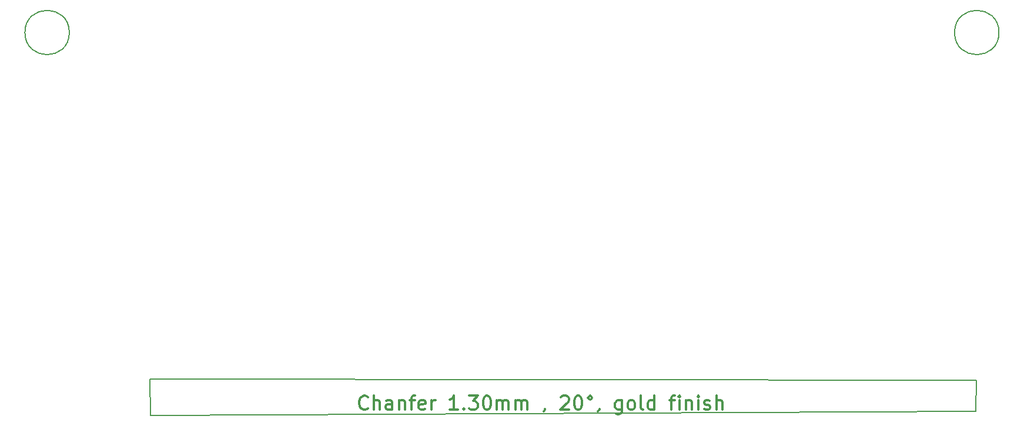
<source format=gbr>
G04 #@! TF.GenerationSoftware,KiCad,Pcbnew,(5.1.6)-1*
G04 #@! TF.CreationDate,2021-11-02T14:31:17+01:00*
G04 #@! TF.ProjectId,Riser Tioga Pass 2OU 2xPCIe x16,52697365-7220-4546-996f-676120506173,rev?*
G04 #@! TF.SameCoordinates,PX328b740PY3211620*
G04 #@! TF.FileFunction,Other,Comment*
%FSLAX46Y46*%
G04 Gerber Fmt 4.6, Leading zero omitted, Abs format (unit mm)*
G04 Created by KiCad (PCBNEW (5.1.6)-1) date 2021-11-02 14:31:17*
%MOMM*%
%LPD*%
G01*
G04 APERTURE LIST*
%ADD10C,0.150000*%
%ADD11C,0.300000*%
G04 APERTURE END LIST*
D10*
X15850000Y-81650000D02*
X15775000Y-76450000D01*
X134800000Y-81100000D02*
X15850000Y-81650000D01*
X134825000Y-76600000D02*
X134800000Y-81100000D01*
X15775000Y-76450000D02*
X134825000Y-76600000D01*
D11*
X47197619Y-80639285D02*
X47102380Y-80734523D01*
X46816666Y-80829761D01*
X46626190Y-80829761D01*
X46340476Y-80734523D01*
X46150000Y-80544047D01*
X46054761Y-80353571D01*
X45959523Y-79972619D01*
X45959523Y-79686904D01*
X46054761Y-79305952D01*
X46150000Y-79115476D01*
X46340476Y-78925000D01*
X46626190Y-78829761D01*
X46816666Y-78829761D01*
X47102380Y-78925000D01*
X47197619Y-79020238D01*
X48054761Y-80829761D02*
X48054761Y-78829761D01*
X48911904Y-80829761D02*
X48911904Y-79782142D01*
X48816666Y-79591666D01*
X48626190Y-79496428D01*
X48340476Y-79496428D01*
X48150000Y-79591666D01*
X48054761Y-79686904D01*
X50721428Y-80829761D02*
X50721428Y-79782142D01*
X50626190Y-79591666D01*
X50435714Y-79496428D01*
X50054761Y-79496428D01*
X49864285Y-79591666D01*
X50721428Y-80734523D02*
X50530952Y-80829761D01*
X50054761Y-80829761D01*
X49864285Y-80734523D01*
X49769047Y-80544047D01*
X49769047Y-80353571D01*
X49864285Y-80163095D01*
X50054761Y-80067857D01*
X50530952Y-80067857D01*
X50721428Y-79972619D01*
X51673809Y-79496428D02*
X51673809Y-80829761D01*
X51673809Y-79686904D02*
X51769047Y-79591666D01*
X51959523Y-79496428D01*
X52245238Y-79496428D01*
X52435714Y-79591666D01*
X52530952Y-79782142D01*
X52530952Y-80829761D01*
X53197619Y-79496428D02*
X53959523Y-79496428D01*
X53483333Y-80829761D02*
X53483333Y-79115476D01*
X53578571Y-78925000D01*
X53769047Y-78829761D01*
X53959523Y-78829761D01*
X55388095Y-80734523D02*
X55197619Y-80829761D01*
X54816666Y-80829761D01*
X54626190Y-80734523D01*
X54530952Y-80544047D01*
X54530952Y-79782142D01*
X54626190Y-79591666D01*
X54816666Y-79496428D01*
X55197619Y-79496428D01*
X55388095Y-79591666D01*
X55483333Y-79782142D01*
X55483333Y-79972619D01*
X54530952Y-80163095D01*
X56340476Y-80829761D02*
X56340476Y-79496428D01*
X56340476Y-79877380D02*
X56435714Y-79686904D01*
X56530952Y-79591666D01*
X56721428Y-79496428D01*
X56911904Y-79496428D01*
X60150000Y-80829761D02*
X59007142Y-80829761D01*
X59578571Y-80829761D02*
X59578571Y-78829761D01*
X59388095Y-79115476D01*
X59197619Y-79305952D01*
X59007142Y-79401190D01*
X61007142Y-80639285D02*
X61102380Y-80734523D01*
X61007142Y-80829761D01*
X60911904Y-80734523D01*
X61007142Y-80639285D01*
X61007142Y-80829761D01*
X61769047Y-78829761D02*
X63007142Y-78829761D01*
X62340476Y-79591666D01*
X62626190Y-79591666D01*
X62816666Y-79686904D01*
X62911904Y-79782142D01*
X63007142Y-79972619D01*
X63007142Y-80448809D01*
X62911904Y-80639285D01*
X62816666Y-80734523D01*
X62626190Y-80829761D01*
X62054761Y-80829761D01*
X61864285Y-80734523D01*
X61769047Y-80639285D01*
X64245238Y-78829761D02*
X64435714Y-78829761D01*
X64626190Y-78925000D01*
X64721428Y-79020238D01*
X64816666Y-79210714D01*
X64911904Y-79591666D01*
X64911904Y-80067857D01*
X64816666Y-80448809D01*
X64721428Y-80639285D01*
X64626190Y-80734523D01*
X64435714Y-80829761D01*
X64245238Y-80829761D01*
X64054761Y-80734523D01*
X63959523Y-80639285D01*
X63864285Y-80448809D01*
X63769047Y-80067857D01*
X63769047Y-79591666D01*
X63864285Y-79210714D01*
X63959523Y-79020238D01*
X64054761Y-78925000D01*
X64245238Y-78829761D01*
X65769047Y-80829761D02*
X65769047Y-79496428D01*
X65769047Y-79686904D02*
X65864285Y-79591666D01*
X66054761Y-79496428D01*
X66340476Y-79496428D01*
X66530952Y-79591666D01*
X66626190Y-79782142D01*
X66626190Y-80829761D01*
X66626190Y-79782142D02*
X66721428Y-79591666D01*
X66911904Y-79496428D01*
X67197619Y-79496428D01*
X67388095Y-79591666D01*
X67483333Y-79782142D01*
X67483333Y-80829761D01*
X68435714Y-80829761D02*
X68435714Y-79496428D01*
X68435714Y-79686904D02*
X68530952Y-79591666D01*
X68721428Y-79496428D01*
X69007142Y-79496428D01*
X69197619Y-79591666D01*
X69292857Y-79782142D01*
X69292857Y-80829761D01*
X69292857Y-79782142D02*
X69388095Y-79591666D01*
X69578571Y-79496428D01*
X69864285Y-79496428D01*
X70054761Y-79591666D01*
X70150000Y-79782142D01*
X70150000Y-80829761D01*
X72721428Y-80734523D02*
X72721428Y-80829761D01*
X72626190Y-81020238D01*
X72530952Y-81115476D01*
X75007142Y-79020238D02*
X75102380Y-78925000D01*
X75292857Y-78829761D01*
X75769047Y-78829761D01*
X75959523Y-78925000D01*
X76054761Y-79020238D01*
X76150000Y-79210714D01*
X76150000Y-79401190D01*
X76054761Y-79686904D01*
X74911904Y-80829761D01*
X76150000Y-80829761D01*
X77388095Y-78829761D02*
X77578571Y-78829761D01*
X77769047Y-78925000D01*
X77864285Y-79020238D01*
X77959523Y-79210714D01*
X78054761Y-79591666D01*
X78054761Y-80067857D01*
X77959523Y-80448809D01*
X77864285Y-80639285D01*
X77769047Y-80734523D01*
X77578571Y-80829761D01*
X77388095Y-80829761D01*
X77197619Y-80734523D01*
X77102380Y-80639285D01*
X77007142Y-80448809D01*
X76911904Y-80067857D01*
X76911904Y-79591666D01*
X77007142Y-79210714D01*
X77102380Y-79020238D01*
X77197619Y-78925000D01*
X77388095Y-78829761D01*
X79197619Y-78829761D02*
X79007142Y-78925000D01*
X78911904Y-79115476D01*
X79007142Y-79305952D01*
X79197619Y-79401190D01*
X79388095Y-79305952D01*
X79483333Y-79115476D01*
X79388095Y-78925000D01*
X79197619Y-78829761D01*
X80530952Y-80734523D02*
X80530952Y-80829761D01*
X80435714Y-81020238D01*
X80340476Y-81115476D01*
X83769047Y-79496428D02*
X83769047Y-81115476D01*
X83673809Y-81305952D01*
X83578571Y-81401190D01*
X83388095Y-81496428D01*
X83102380Y-81496428D01*
X82911904Y-81401190D01*
X83769047Y-80734523D02*
X83578571Y-80829761D01*
X83197619Y-80829761D01*
X83007142Y-80734523D01*
X82911904Y-80639285D01*
X82816666Y-80448809D01*
X82816666Y-79877380D01*
X82911904Y-79686904D01*
X83007142Y-79591666D01*
X83197619Y-79496428D01*
X83578571Y-79496428D01*
X83769047Y-79591666D01*
X85007142Y-80829761D02*
X84816666Y-80734523D01*
X84721428Y-80639285D01*
X84626190Y-80448809D01*
X84626190Y-79877380D01*
X84721428Y-79686904D01*
X84816666Y-79591666D01*
X85007142Y-79496428D01*
X85292857Y-79496428D01*
X85483333Y-79591666D01*
X85578571Y-79686904D01*
X85673809Y-79877380D01*
X85673809Y-80448809D01*
X85578571Y-80639285D01*
X85483333Y-80734523D01*
X85292857Y-80829761D01*
X85007142Y-80829761D01*
X86816666Y-80829761D02*
X86626190Y-80734523D01*
X86530952Y-80544047D01*
X86530952Y-78829761D01*
X88435714Y-80829761D02*
X88435714Y-78829761D01*
X88435714Y-80734523D02*
X88245238Y-80829761D01*
X87864285Y-80829761D01*
X87673809Y-80734523D01*
X87578571Y-80639285D01*
X87483333Y-80448809D01*
X87483333Y-79877380D01*
X87578571Y-79686904D01*
X87673809Y-79591666D01*
X87864285Y-79496428D01*
X88245238Y-79496428D01*
X88435714Y-79591666D01*
X90626190Y-79496428D02*
X91388095Y-79496428D01*
X90911904Y-80829761D02*
X90911904Y-79115476D01*
X91007142Y-78925000D01*
X91197619Y-78829761D01*
X91388095Y-78829761D01*
X92054761Y-80829761D02*
X92054761Y-79496428D01*
X92054761Y-78829761D02*
X91959523Y-78925000D01*
X92054761Y-79020238D01*
X92150000Y-78925000D01*
X92054761Y-78829761D01*
X92054761Y-79020238D01*
X93007142Y-79496428D02*
X93007142Y-80829761D01*
X93007142Y-79686904D02*
X93102380Y-79591666D01*
X93292857Y-79496428D01*
X93578571Y-79496428D01*
X93769047Y-79591666D01*
X93864285Y-79782142D01*
X93864285Y-80829761D01*
X94816666Y-80829761D02*
X94816666Y-79496428D01*
X94816666Y-78829761D02*
X94721428Y-78925000D01*
X94816666Y-79020238D01*
X94911904Y-78925000D01*
X94816666Y-78829761D01*
X94816666Y-79020238D01*
X95673809Y-80734523D02*
X95864285Y-80829761D01*
X96245238Y-80829761D01*
X96435714Y-80734523D01*
X96530952Y-80544047D01*
X96530952Y-80448809D01*
X96435714Y-80258333D01*
X96245238Y-80163095D01*
X95959523Y-80163095D01*
X95769047Y-80067857D01*
X95673809Y-79877380D01*
X95673809Y-79782142D01*
X95769047Y-79591666D01*
X95959523Y-79496428D01*
X96245238Y-79496428D01*
X96435714Y-79591666D01*
X97388095Y-80829761D02*
X97388095Y-78829761D01*
X98245238Y-80829761D02*
X98245238Y-79782142D01*
X98150000Y-79591666D01*
X97959523Y-79496428D01*
X97673809Y-79496428D01*
X97483333Y-79591666D01*
X97388095Y-79686904D01*
D10*
X4199903Y-26410000D02*
G75*
G03*
X4199903Y-26410000I-3200000J0D01*
G01*
X138100000Y-26410000D02*
G75*
G03*
X138100000Y-26410000I-3200000J0D01*
G01*
M02*

</source>
